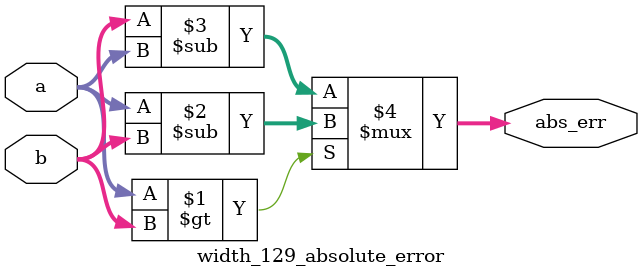
<source format=v>
module width_129_absolute_error(a, b, abs_err);
parameter _bit = 129;
input [_bit - 1: 0] a;
input [_bit - 1: 0] b;
output reg [_bit - 1: 0] abs_err;
assign abs_err = (a > b)? (a - b): (b - a);
endmodule

</source>
